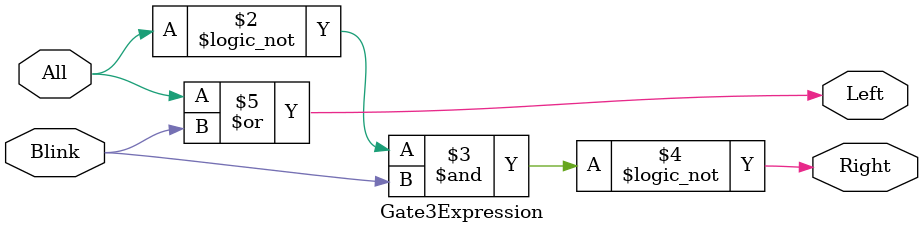
<source format=v>
`timescale 1ns / 1ps		//simulation time unit is 1ns and resolution is 1ps

module Gate3Expression (All, Blink, Right, Left);
input All, Blink;
output reg Right, Left;

always @ (All, Blink) begin
	Right <= !(!All&Blink);
	Left <= All | Blink;
	end
endmodule

</source>
